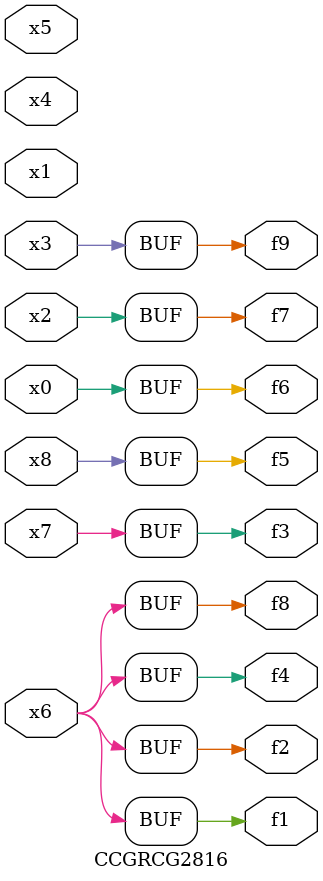
<source format=v>
module CCGRCG2816(
	input x0, x1, x2, x3, x4, x5, x6, x7, x8,
	output f1, f2, f3, f4, f5, f6, f7, f8, f9
);
	assign f1 = x6;
	assign f2 = x6;
	assign f3 = x7;
	assign f4 = x6;
	assign f5 = x8;
	assign f6 = x0;
	assign f7 = x2;
	assign f8 = x6;
	assign f9 = x3;
endmodule

</source>
